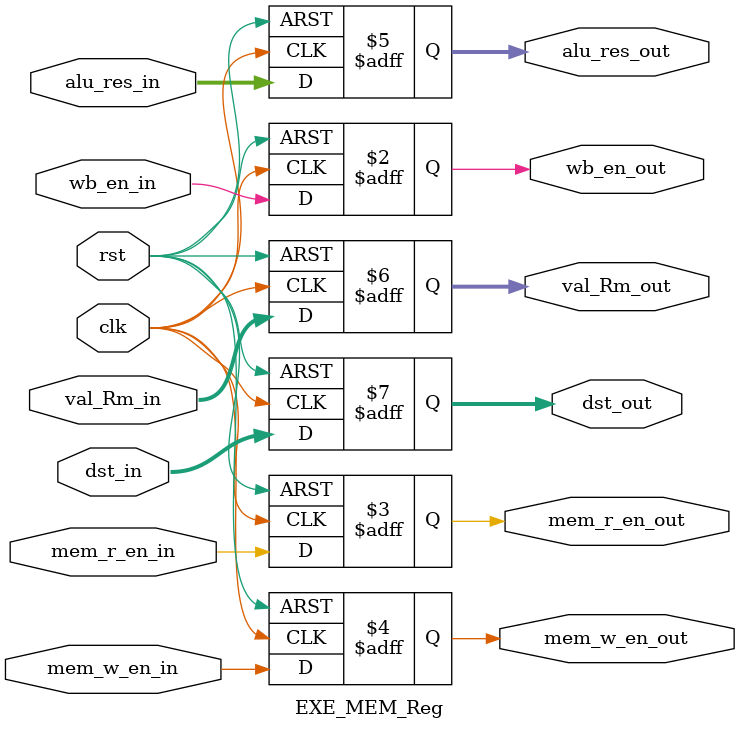
<source format=v>
`timescale 1ps/1ps
module EXE_MEM_Reg(input clk,input rst,input wb_en_in,input mem_r_en_in,input mem_w_en_in,
input[31:0]alu_res_in,input[31:0]val_Rm_in,input[3:0]dst_in,
output reg wb_en_out,output reg mem_r_en_out,output reg mem_w_en_out,output reg[31:0]alu_res_out,
output reg[31:0]val_Rm_out,output reg[3:0]dst_out);

  always@(posedge clk, posedge rst)
	begin
	  if(rst) begin
	   wb_en_out <= 1'b0;
     mem_r_en_out <= 1'b0;
     mem_w_en_out <= 1'b0;
     alu_res_out <= 32'b0;
     val_Rm_out <= 32'b0;
     dst_out <= 4'b0;
	  end
	  else begin
      wb_en_out <= wb_en_in;
      mem_r_en_out <= mem_r_en_in;
      mem_w_en_out <= mem_w_en_in;
      alu_res_out <= alu_res_in;
      val_Rm_out <= val_Rm_in;
      dst_out <= dst_in;
	   end
	end	
endmodule
</source>
